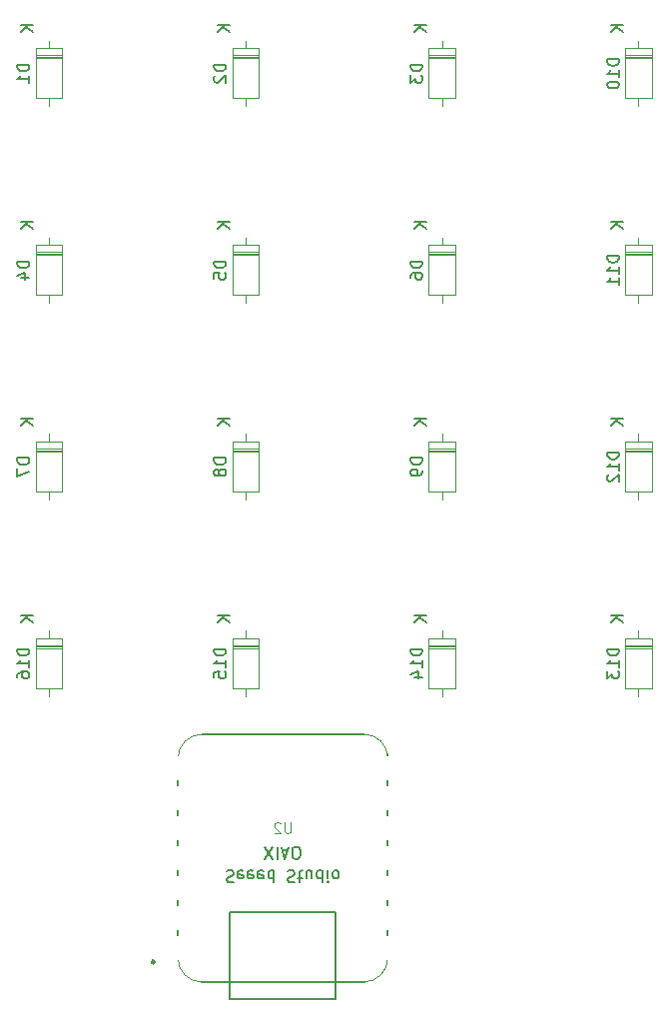
<source format=gbo>
G04 #@! TF.GenerationSoftware,KiCad,Pcbnew,7.0.11*
G04 #@! TF.CreationDate,2024-09-14T12:44:14+02:00*
G04 #@! TF.ProjectId,macropad,6d616372-6f70-4616-942e-6b696361645f,rev?*
G04 #@! TF.SameCoordinates,Original*
G04 #@! TF.FileFunction,Legend,Bot*
G04 #@! TF.FilePolarity,Positive*
%FSLAX46Y46*%
G04 Gerber Fmt 4.6, Leading zero omitted, Abs format (unit mm)*
G04 Created by KiCad (PCBNEW 7.0.11) date 2024-09-14 12:44:14*
%MOMM*%
%LPD*%
G01*
G04 APERTURE LIST*
%ADD10C,0.150000*%
%ADD11C,0.101600*%
%ADD12C,0.120000*%
%ADD13C,0.127000*%
%ADD14C,0.254000*%
%ADD15C,0.025400*%
%ADD16C,5.000000*%
%ADD17C,1.650000*%
%ADD18C,1.350000*%
%ADD19R,1.600000X1.600000*%
%ADD20O,1.600000X1.600000*%
%ADD21R,3.000000X2.000000*%
%ADD22C,1.500000*%
%ADD23R,1.300000X2.300000*%
G04 APERTURE END LIST*
D10*
X167606769Y-63409605D02*
X166606769Y-63409605D01*
X166606769Y-63409605D02*
X166606769Y-63647700D01*
X166606769Y-63647700D02*
X166654388Y-63790557D01*
X166654388Y-63790557D02*
X166749626Y-63885795D01*
X166749626Y-63885795D02*
X166844864Y-63933414D01*
X166844864Y-63933414D02*
X167035340Y-63981033D01*
X167035340Y-63981033D02*
X167178197Y-63981033D01*
X167178197Y-63981033D02*
X167368673Y-63933414D01*
X167368673Y-63933414D02*
X167463911Y-63885795D01*
X167463911Y-63885795D02*
X167559150Y-63790557D01*
X167559150Y-63790557D02*
X167606769Y-63647700D01*
X167606769Y-63647700D02*
X167606769Y-63409605D01*
X166606769Y-64314367D02*
X166606769Y-64933414D01*
X166606769Y-64933414D02*
X166987721Y-64600081D01*
X166987721Y-64600081D02*
X166987721Y-64742938D01*
X166987721Y-64742938D02*
X167035340Y-64838176D01*
X167035340Y-64838176D02*
X167082959Y-64885795D01*
X167082959Y-64885795D02*
X167178197Y-64933414D01*
X167178197Y-64933414D02*
X167416292Y-64933414D01*
X167416292Y-64933414D02*
X167511530Y-64885795D01*
X167511530Y-64885795D02*
X167559150Y-64838176D01*
X167559150Y-64838176D02*
X167606769Y-64742938D01*
X167606769Y-64742938D02*
X167606769Y-64457224D01*
X167606769Y-64457224D02*
X167559150Y-64361986D01*
X167559150Y-64361986D02*
X167511530Y-64314367D01*
X167926769Y-60075795D02*
X166926769Y-60075795D01*
X167926769Y-60647223D02*
X167355340Y-60218652D01*
X166926769Y-60647223D02*
X167498197Y-60075795D01*
X184275519Y-79602164D02*
X183275519Y-79602164D01*
X183275519Y-79602164D02*
X183275519Y-79840259D01*
X183275519Y-79840259D02*
X183323138Y-79983116D01*
X183323138Y-79983116D02*
X183418376Y-80078354D01*
X183418376Y-80078354D02*
X183513614Y-80125973D01*
X183513614Y-80125973D02*
X183704090Y-80173592D01*
X183704090Y-80173592D02*
X183846947Y-80173592D01*
X183846947Y-80173592D02*
X184037423Y-80125973D01*
X184037423Y-80125973D02*
X184132661Y-80078354D01*
X184132661Y-80078354D02*
X184227900Y-79983116D01*
X184227900Y-79983116D02*
X184275519Y-79840259D01*
X184275519Y-79840259D02*
X184275519Y-79602164D01*
X184275519Y-81125973D02*
X184275519Y-80554545D01*
X184275519Y-80840259D02*
X183275519Y-80840259D01*
X183275519Y-80840259D02*
X183418376Y-80745021D01*
X183418376Y-80745021D02*
X183513614Y-80649783D01*
X183513614Y-80649783D02*
X183561233Y-80554545D01*
X184275519Y-82078354D02*
X184275519Y-81506926D01*
X184275519Y-81792640D02*
X183275519Y-81792640D01*
X183275519Y-81792640D02*
X183418376Y-81697402D01*
X183418376Y-81697402D02*
X183513614Y-81602164D01*
X183513614Y-81602164D02*
X183561233Y-81506926D01*
X184595519Y-76744545D02*
X183595519Y-76744545D01*
X184595519Y-77315973D02*
X184024090Y-76887402D01*
X183595519Y-77315973D02*
X184166947Y-76744545D01*
X150938019Y-112939664D02*
X149938019Y-112939664D01*
X149938019Y-112939664D02*
X149938019Y-113177759D01*
X149938019Y-113177759D02*
X149985638Y-113320616D01*
X149985638Y-113320616D02*
X150080876Y-113415854D01*
X150080876Y-113415854D02*
X150176114Y-113463473D01*
X150176114Y-113463473D02*
X150366590Y-113511092D01*
X150366590Y-113511092D02*
X150509447Y-113511092D01*
X150509447Y-113511092D02*
X150699923Y-113463473D01*
X150699923Y-113463473D02*
X150795161Y-113415854D01*
X150795161Y-113415854D02*
X150890400Y-113320616D01*
X150890400Y-113320616D02*
X150938019Y-113177759D01*
X150938019Y-113177759D02*
X150938019Y-112939664D01*
X150938019Y-114463473D02*
X150938019Y-113892045D01*
X150938019Y-114177759D02*
X149938019Y-114177759D01*
X149938019Y-114177759D02*
X150080876Y-114082521D01*
X150080876Y-114082521D02*
X150176114Y-113987283D01*
X150176114Y-113987283D02*
X150223733Y-113892045D01*
X149938019Y-115368235D02*
X149938019Y-114892045D01*
X149938019Y-114892045D02*
X150414209Y-114844426D01*
X150414209Y-114844426D02*
X150366590Y-114892045D01*
X150366590Y-114892045D02*
X150318971Y-114987283D01*
X150318971Y-114987283D02*
X150318971Y-115225378D01*
X150318971Y-115225378D02*
X150366590Y-115320616D01*
X150366590Y-115320616D02*
X150414209Y-115368235D01*
X150414209Y-115368235D02*
X150509447Y-115415854D01*
X150509447Y-115415854D02*
X150747542Y-115415854D01*
X150747542Y-115415854D02*
X150842780Y-115368235D01*
X150842780Y-115368235D02*
X150890400Y-115320616D01*
X150890400Y-115320616D02*
X150938019Y-115225378D01*
X150938019Y-115225378D02*
X150938019Y-114987283D01*
X150938019Y-114987283D02*
X150890400Y-114892045D01*
X150890400Y-114892045D02*
X150842780Y-114844426D01*
X151258019Y-110082045D02*
X150258019Y-110082045D01*
X151258019Y-110653473D02*
X150686590Y-110224902D01*
X150258019Y-110653473D02*
X150829447Y-110082045D01*
X134269269Y-80078355D02*
X133269269Y-80078355D01*
X133269269Y-80078355D02*
X133269269Y-80316450D01*
X133269269Y-80316450D02*
X133316888Y-80459307D01*
X133316888Y-80459307D02*
X133412126Y-80554545D01*
X133412126Y-80554545D02*
X133507364Y-80602164D01*
X133507364Y-80602164D02*
X133697840Y-80649783D01*
X133697840Y-80649783D02*
X133840697Y-80649783D01*
X133840697Y-80649783D02*
X134031173Y-80602164D01*
X134031173Y-80602164D02*
X134126411Y-80554545D01*
X134126411Y-80554545D02*
X134221650Y-80459307D01*
X134221650Y-80459307D02*
X134269269Y-80316450D01*
X134269269Y-80316450D02*
X134269269Y-80078355D01*
X133602602Y-81506926D02*
X134269269Y-81506926D01*
X133221650Y-81268831D02*
X133935935Y-81030736D01*
X133935935Y-81030736D02*
X133935935Y-81649783D01*
X134589269Y-76744545D02*
X133589269Y-76744545D01*
X134589269Y-77315973D02*
X134017840Y-76887402D01*
X133589269Y-77315973D02*
X134160697Y-76744545D01*
X150938019Y-96747105D02*
X149938019Y-96747105D01*
X149938019Y-96747105D02*
X149938019Y-96985200D01*
X149938019Y-96985200D02*
X149985638Y-97128057D01*
X149985638Y-97128057D02*
X150080876Y-97223295D01*
X150080876Y-97223295D02*
X150176114Y-97270914D01*
X150176114Y-97270914D02*
X150366590Y-97318533D01*
X150366590Y-97318533D02*
X150509447Y-97318533D01*
X150509447Y-97318533D02*
X150699923Y-97270914D01*
X150699923Y-97270914D02*
X150795161Y-97223295D01*
X150795161Y-97223295D02*
X150890400Y-97128057D01*
X150890400Y-97128057D02*
X150938019Y-96985200D01*
X150938019Y-96985200D02*
X150938019Y-96747105D01*
X150366590Y-97889962D02*
X150318971Y-97794724D01*
X150318971Y-97794724D02*
X150271352Y-97747105D01*
X150271352Y-97747105D02*
X150176114Y-97699486D01*
X150176114Y-97699486D02*
X150128495Y-97699486D01*
X150128495Y-97699486D02*
X150033257Y-97747105D01*
X150033257Y-97747105D02*
X149985638Y-97794724D01*
X149985638Y-97794724D02*
X149938019Y-97889962D01*
X149938019Y-97889962D02*
X149938019Y-98080438D01*
X149938019Y-98080438D02*
X149985638Y-98175676D01*
X149985638Y-98175676D02*
X150033257Y-98223295D01*
X150033257Y-98223295D02*
X150128495Y-98270914D01*
X150128495Y-98270914D02*
X150176114Y-98270914D01*
X150176114Y-98270914D02*
X150271352Y-98223295D01*
X150271352Y-98223295D02*
X150318971Y-98175676D01*
X150318971Y-98175676D02*
X150366590Y-98080438D01*
X150366590Y-98080438D02*
X150366590Y-97889962D01*
X150366590Y-97889962D02*
X150414209Y-97794724D01*
X150414209Y-97794724D02*
X150461828Y-97747105D01*
X150461828Y-97747105D02*
X150557066Y-97699486D01*
X150557066Y-97699486D02*
X150747542Y-97699486D01*
X150747542Y-97699486D02*
X150842780Y-97747105D01*
X150842780Y-97747105D02*
X150890400Y-97794724D01*
X150890400Y-97794724D02*
X150938019Y-97889962D01*
X150938019Y-97889962D02*
X150938019Y-98080438D01*
X150938019Y-98080438D02*
X150890400Y-98175676D01*
X150890400Y-98175676D02*
X150842780Y-98223295D01*
X150842780Y-98223295D02*
X150747542Y-98270914D01*
X150747542Y-98270914D02*
X150557066Y-98270914D01*
X150557066Y-98270914D02*
X150461828Y-98223295D01*
X150461828Y-98223295D02*
X150414209Y-98175676D01*
X150414209Y-98175676D02*
X150366590Y-98080438D01*
X151258019Y-93413295D02*
X150258019Y-93413295D01*
X151258019Y-93984723D02*
X150686590Y-93556152D01*
X150258019Y-93984723D02*
X150829447Y-93413295D01*
X184275519Y-62933414D02*
X183275519Y-62933414D01*
X183275519Y-62933414D02*
X183275519Y-63171509D01*
X183275519Y-63171509D02*
X183323138Y-63314366D01*
X183323138Y-63314366D02*
X183418376Y-63409604D01*
X183418376Y-63409604D02*
X183513614Y-63457223D01*
X183513614Y-63457223D02*
X183704090Y-63504842D01*
X183704090Y-63504842D02*
X183846947Y-63504842D01*
X183846947Y-63504842D02*
X184037423Y-63457223D01*
X184037423Y-63457223D02*
X184132661Y-63409604D01*
X184132661Y-63409604D02*
X184227900Y-63314366D01*
X184227900Y-63314366D02*
X184275519Y-63171509D01*
X184275519Y-63171509D02*
X184275519Y-62933414D01*
X184275519Y-64457223D02*
X184275519Y-63885795D01*
X184275519Y-64171509D02*
X183275519Y-64171509D01*
X183275519Y-64171509D02*
X183418376Y-64076271D01*
X183418376Y-64076271D02*
X183513614Y-63981033D01*
X183513614Y-63981033D02*
X183561233Y-63885795D01*
X183275519Y-65076271D02*
X183275519Y-65171509D01*
X183275519Y-65171509D02*
X183323138Y-65266747D01*
X183323138Y-65266747D02*
X183370757Y-65314366D01*
X183370757Y-65314366D02*
X183465995Y-65361985D01*
X183465995Y-65361985D02*
X183656471Y-65409604D01*
X183656471Y-65409604D02*
X183894566Y-65409604D01*
X183894566Y-65409604D02*
X184085042Y-65361985D01*
X184085042Y-65361985D02*
X184180280Y-65314366D01*
X184180280Y-65314366D02*
X184227900Y-65266747D01*
X184227900Y-65266747D02*
X184275519Y-65171509D01*
X184275519Y-65171509D02*
X184275519Y-65076271D01*
X184275519Y-65076271D02*
X184227900Y-64981033D01*
X184227900Y-64981033D02*
X184180280Y-64933414D01*
X184180280Y-64933414D02*
X184085042Y-64885795D01*
X184085042Y-64885795D02*
X183894566Y-64838176D01*
X183894566Y-64838176D02*
X183656471Y-64838176D01*
X183656471Y-64838176D02*
X183465995Y-64885795D01*
X183465995Y-64885795D02*
X183370757Y-64933414D01*
X183370757Y-64933414D02*
X183323138Y-64981033D01*
X183323138Y-64981033D02*
X183275519Y-65076271D01*
X184595519Y-60075795D02*
X183595519Y-60075795D01*
X184595519Y-60647223D02*
X184024090Y-60218652D01*
X183595519Y-60647223D02*
X184166947Y-60075795D01*
X184275519Y-112939664D02*
X183275519Y-112939664D01*
X183275519Y-112939664D02*
X183275519Y-113177759D01*
X183275519Y-113177759D02*
X183323138Y-113320616D01*
X183323138Y-113320616D02*
X183418376Y-113415854D01*
X183418376Y-113415854D02*
X183513614Y-113463473D01*
X183513614Y-113463473D02*
X183704090Y-113511092D01*
X183704090Y-113511092D02*
X183846947Y-113511092D01*
X183846947Y-113511092D02*
X184037423Y-113463473D01*
X184037423Y-113463473D02*
X184132661Y-113415854D01*
X184132661Y-113415854D02*
X184227900Y-113320616D01*
X184227900Y-113320616D02*
X184275519Y-113177759D01*
X184275519Y-113177759D02*
X184275519Y-112939664D01*
X184275519Y-114463473D02*
X184275519Y-113892045D01*
X184275519Y-114177759D02*
X183275519Y-114177759D01*
X183275519Y-114177759D02*
X183418376Y-114082521D01*
X183418376Y-114082521D02*
X183513614Y-113987283D01*
X183513614Y-113987283D02*
X183561233Y-113892045D01*
X183275519Y-114796807D02*
X183275519Y-115415854D01*
X183275519Y-115415854D02*
X183656471Y-115082521D01*
X183656471Y-115082521D02*
X183656471Y-115225378D01*
X183656471Y-115225378D02*
X183704090Y-115320616D01*
X183704090Y-115320616D02*
X183751709Y-115368235D01*
X183751709Y-115368235D02*
X183846947Y-115415854D01*
X183846947Y-115415854D02*
X184085042Y-115415854D01*
X184085042Y-115415854D02*
X184180280Y-115368235D01*
X184180280Y-115368235D02*
X184227900Y-115320616D01*
X184227900Y-115320616D02*
X184275519Y-115225378D01*
X184275519Y-115225378D02*
X184275519Y-114939664D01*
X184275519Y-114939664D02*
X184227900Y-114844426D01*
X184227900Y-114844426D02*
X184180280Y-114796807D01*
X184595519Y-110082045D02*
X183595519Y-110082045D01*
X184595519Y-110653473D02*
X184024090Y-110224902D01*
X183595519Y-110653473D02*
X184166947Y-110082045D01*
X134269269Y-112939664D02*
X133269269Y-112939664D01*
X133269269Y-112939664D02*
X133269269Y-113177759D01*
X133269269Y-113177759D02*
X133316888Y-113320616D01*
X133316888Y-113320616D02*
X133412126Y-113415854D01*
X133412126Y-113415854D02*
X133507364Y-113463473D01*
X133507364Y-113463473D02*
X133697840Y-113511092D01*
X133697840Y-113511092D02*
X133840697Y-113511092D01*
X133840697Y-113511092D02*
X134031173Y-113463473D01*
X134031173Y-113463473D02*
X134126411Y-113415854D01*
X134126411Y-113415854D02*
X134221650Y-113320616D01*
X134221650Y-113320616D02*
X134269269Y-113177759D01*
X134269269Y-113177759D02*
X134269269Y-112939664D01*
X134269269Y-114463473D02*
X134269269Y-113892045D01*
X134269269Y-114177759D02*
X133269269Y-114177759D01*
X133269269Y-114177759D02*
X133412126Y-114082521D01*
X133412126Y-114082521D02*
X133507364Y-113987283D01*
X133507364Y-113987283D02*
X133554983Y-113892045D01*
X133269269Y-115320616D02*
X133269269Y-115130140D01*
X133269269Y-115130140D02*
X133316888Y-115034902D01*
X133316888Y-115034902D02*
X133364507Y-114987283D01*
X133364507Y-114987283D02*
X133507364Y-114892045D01*
X133507364Y-114892045D02*
X133697840Y-114844426D01*
X133697840Y-114844426D02*
X134078792Y-114844426D01*
X134078792Y-114844426D02*
X134174030Y-114892045D01*
X134174030Y-114892045D02*
X134221650Y-114939664D01*
X134221650Y-114939664D02*
X134269269Y-115034902D01*
X134269269Y-115034902D02*
X134269269Y-115225378D01*
X134269269Y-115225378D02*
X134221650Y-115320616D01*
X134221650Y-115320616D02*
X134174030Y-115368235D01*
X134174030Y-115368235D02*
X134078792Y-115415854D01*
X134078792Y-115415854D02*
X133840697Y-115415854D01*
X133840697Y-115415854D02*
X133745459Y-115368235D01*
X133745459Y-115368235D02*
X133697840Y-115320616D01*
X133697840Y-115320616D02*
X133650221Y-115225378D01*
X133650221Y-115225378D02*
X133650221Y-115034902D01*
X133650221Y-115034902D02*
X133697840Y-114939664D01*
X133697840Y-114939664D02*
X133745459Y-114892045D01*
X133745459Y-114892045D02*
X133840697Y-114844426D01*
X134589269Y-110082045D02*
X133589269Y-110082045D01*
X134589269Y-110653473D02*
X134017840Y-110224902D01*
X133589269Y-110653473D02*
X134160697Y-110082045D01*
X134269269Y-63409605D02*
X133269269Y-63409605D01*
X133269269Y-63409605D02*
X133269269Y-63647700D01*
X133269269Y-63647700D02*
X133316888Y-63790557D01*
X133316888Y-63790557D02*
X133412126Y-63885795D01*
X133412126Y-63885795D02*
X133507364Y-63933414D01*
X133507364Y-63933414D02*
X133697840Y-63981033D01*
X133697840Y-63981033D02*
X133840697Y-63981033D01*
X133840697Y-63981033D02*
X134031173Y-63933414D01*
X134031173Y-63933414D02*
X134126411Y-63885795D01*
X134126411Y-63885795D02*
X134221650Y-63790557D01*
X134221650Y-63790557D02*
X134269269Y-63647700D01*
X134269269Y-63647700D02*
X134269269Y-63409605D01*
X134269269Y-64933414D02*
X134269269Y-64361986D01*
X134269269Y-64647700D02*
X133269269Y-64647700D01*
X133269269Y-64647700D02*
X133412126Y-64552462D01*
X133412126Y-64552462D02*
X133507364Y-64457224D01*
X133507364Y-64457224D02*
X133554983Y-64361986D01*
X134589269Y-60075795D02*
X133589269Y-60075795D01*
X134589269Y-60647223D02*
X134017840Y-60218652D01*
X133589269Y-60647223D02*
X134160697Y-60075795D01*
X167606769Y-80078355D02*
X166606769Y-80078355D01*
X166606769Y-80078355D02*
X166606769Y-80316450D01*
X166606769Y-80316450D02*
X166654388Y-80459307D01*
X166654388Y-80459307D02*
X166749626Y-80554545D01*
X166749626Y-80554545D02*
X166844864Y-80602164D01*
X166844864Y-80602164D02*
X167035340Y-80649783D01*
X167035340Y-80649783D02*
X167178197Y-80649783D01*
X167178197Y-80649783D02*
X167368673Y-80602164D01*
X167368673Y-80602164D02*
X167463911Y-80554545D01*
X167463911Y-80554545D02*
X167559150Y-80459307D01*
X167559150Y-80459307D02*
X167606769Y-80316450D01*
X167606769Y-80316450D02*
X167606769Y-80078355D01*
X166606769Y-81506926D02*
X166606769Y-81316450D01*
X166606769Y-81316450D02*
X166654388Y-81221212D01*
X166654388Y-81221212D02*
X166702007Y-81173593D01*
X166702007Y-81173593D02*
X166844864Y-81078355D01*
X166844864Y-81078355D02*
X167035340Y-81030736D01*
X167035340Y-81030736D02*
X167416292Y-81030736D01*
X167416292Y-81030736D02*
X167511530Y-81078355D01*
X167511530Y-81078355D02*
X167559150Y-81125974D01*
X167559150Y-81125974D02*
X167606769Y-81221212D01*
X167606769Y-81221212D02*
X167606769Y-81411688D01*
X167606769Y-81411688D02*
X167559150Y-81506926D01*
X167559150Y-81506926D02*
X167511530Y-81554545D01*
X167511530Y-81554545D02*
X167416292Y-81602164D01*
X167416292Y-81602164D02*
X167178197Y-81602164D01*
X167178197Y-81602164D02*
X167082959Y-81554545D01*
X167082959Y-81554545D02*
X167035340Y-81506926D01*
X167035340Y-81506926D02*
X166987721Y-81411688D01*
X166987721Y-81411688D02*
X166987721Y-81221212D01*
X166987721Y-81221212D02*
X167035340Y-81125974D01*
X167035340Y-81125974D02*
X167082959Y-81078355D01*
X167082959Y-81078355D02*
X167178197Y-81030736D01*
X167926769Y-76744545D02*
X166926769Y-76744545D01*
X167926769Y-77315973D02*
X167355340Y-76887402D01*
X166926769Y-77315973D02*
X167498197Y-76744545D01*
D11*
X156455533Y-127640935D02*
X156455533Y-128360602D01*
X156455533Y-128360602D02*
X156413200Y-128445268D01*
X156413200Y-128445268D02*
X156370866Y-128487602D01*
X156370866Y-128487602D02*
X156286200Y-128529935D01*
X156286200Y-128529935D02*
X156116866Y-128529935D01*
X156116866Y-128529935D02*
X156032200Y-128487602D01*
X156032200Y-128487602D02*
X155989866Y-128445268D01*
X155989866Y-128445268D02*
X155947533Y-128360602D01*
X155947533Y-128360602D02*
X155947533Y-127640935D01*
X155566533Y-127725602D02*
X155524200Y-127683268D01*
X155524200Y-127683268D02*
X155439533Y-127640935D01*
X155439533Y-127640935D02*
X155227867Y-127640935D01*
X155227867Y-127640935D02*
X155143200Y-127683268D01*
X155143200Y-127683268D02*
X155100867Y-127725602D01*
X155100867Y-127725602D02*
X155058533Y-127810268D01*
X155058533Y-127810268D02*
X155058533Y-127894935D01*
X155058533Y-127894935D02*
X155100867Y-128021935D01*
X155100867Y-128021935D02*
X155608867Y-128529935D01*
X155608867Y-128529935D02*
X155058533Y-128529935D01*
D10*
X151016295Y-131756750D02*
X151159152Y-131709130D01*
X151159152Y-131709130D02*
X151397247Y-131709130D01*
X151397247Y-131709130D02*
X151492485Y-131756750D01*
X151492485Y-131756750D02*
X151540104Y-131804369D01*
X151540104Y-131804369D02*
X151587723Y-131899607D01*
X151587723Y-131899607D02*
X151587723Y-131994845D01*
X151587723Y-131994845D02*
X151540104Y-132090083D01*
X151540104Y-132090083D02*
X151492485Y-132137702D01*
X151492485Y-132137702D02*
X151397247Y-132185321D01*
X151397247Y-132185321D02*
X151206771Y-132232940D01*
X151206771Y-132232940D02*
X151111533Y-132280559D01*
X151111533Y-132280559D02*
X151063914Y-132328178D01*
X151063914Y-132328178D02*
X151016295Y-132423416D01*
X151016295Y-132423416D02*
X151016295Y-132518654D01*
X151016295Y-132518654D02*
X151063914Y-132613892D01*
X151063914Y-132613892D02*
X151111533Y-132661511D01*
X151111533Y-132661511D02*
X151206771Y-132709130D01*
X151206771Y-132709130D02*
X151444866Y-132709130D01*
X151444866Y-132709130D02*
X151587723Y-132661511D01*
X152397247Y-131756750D02*
X152302009Y-131709130D01*
X152302009Y-131709130D02*
X152111533Y-131709130D01*
X152111533Y-131709130D02*
X152016295Y-131756750D01*
X152016295Y-131756750D02*
X151968676Y-131851988D01*
X151968676Y-131851988D02*
X151968676Y-132232940D01*
X151968676Y-132232940D02*
X152016295Y-132328178D01*
X152016295Y-132328178D02*
X152111533Y-132375797D01*
X152111533Y-132375797D02*
X152302009Y-132375797D01*
X152302009Y-132375797D02*
X152397247Y-132328178D01*
X152397247Y-132328178D02*
X152444866Y-132232940D01*
X152444866Y-132232940D02*
X152444866Y-132137702D01*
X152444866Y-132137702D02*
X151968676Y-132042464D01*
X153254390Y-131756750D02*
X153159152Y-131709130D01*
X153159152Y-131709130D02*
X152968676Y-131709130D01*
X152968676Y-131709130D02*
X152873438Y-131756750D01*
X152873438Y-131756750D02*
X152825819Y-131851988D01*
X152825819Y-131851988D02*
X152825819Y-132232940D01*
X152825819Y-132232940D02*
X152873438Y-132328178D01*
X152873438Y-132328178D02*
X152968676Y-132375797D01*
X152968676Y-132375797D02*
X153159152Y-132375797D01*
X153159152Y-132375797D02*
X153254390Y-132328178D01*
X153254390Y-132328178D02*
X153302009Y-132232940D01*
X153302009Y-132232940D02*
X153302009Y-132137702D01*
X153302009Y-132137702D02*
X152825819Y-132042464D01*
X154111533Y-131756750D02*
X154016295Y-131709130D01*
X154016295Y-131709130D02*
X153825819Y-131709130D01*
X153825819Y-131709130D02*
X153730581Y-131756750D01*
X153730581Y-131756750D02*
X153682962Y-131851988D01*
X153682962Y-131851988D02*
X153682962Y-132232940D01*
X153682962Y-132232940D02*
X153730581Y-132328178D01*
X153730581Y-132328178D02*
X153825819Y-132375797D01*
X153825819Y-132375797D02*
X154016295Y-132375797D01*
X154016295Y-132375797D02*
X154111533Y-132328178D01*
X154111533Y-132328178D02*
X154159152Y-132232940D01*
X154159152Y-132232940D02*
X154159152Y-132137702D01*
X154159152Y-132137702D02*
X153682962Y-132042464D01*
X155016295Y-131709130D02*
X155016295Y-132709130D01*
X155016295Y-131756750D02*
X154921057Y-131709130D01*
X154921057Y-131709130D02*
X154730581Y-131709130D01*
X154730581Y-131709130D02*
X154635343Y-131756750D01*
X154635343Y-131756750D02*
X154587724Y-131804369D01*
X154587724Y-131804369D02*
X154540105Y-131899607D01*
X154540105Y-131899607D02*
X154540105Y-132185321D01*
X154540105Y-132185321D02*
X154587724Y-132280559D01*
X154587724Y-132280559D02*
X154635343Y-132328178D01*
X154635343Y-132328178D02*
X154730581Y-132375797D01*
X154730581Y-132375797D02*
X154921057Y-132375797D01*
X154921057Y-132375797D02*
X155016295Y-132328178D01*
X156206772Y-131756750D02*
X156349629Y-131709130D01*
X156349629Y-131709130D02*
X156587724Y-131709130D01*
X156587724Y-131709130D02*
X156682962Y-131756750D01*
X156682962Y-131756750D02*
X156730581Y-131804369D01*
X156730581Y-131804369D02*
X156778200Y-131899607D01*
X156778200Y-131899607D02*
X156778200Y-131994845D01*
X156778200Y-131994845D02*
X156730581Y-132090083D01*
X156730581Y-132090083D02*
X156682962Y-132137702D01*
X156682962Y-132137702D02*
X156587724Y-132185321D01*
X156587724Y-132185321D02*
X156397248Y-132232940D01*
X156397248Y-132232940D02*
X156302010Y-132280559D01*
X156302010Y-132280559D02*
X156254391Y-132328178D01*
X156254391Y-132328178D02*
X156206772Y-132423416D01*
X156206772Y-132423416D02*
X156206772Y-132518654D01*
X156206772Y-132518654D02*
X156254391Y-132613892D01*
X156254391Y-132613892D02*
X156302010Y-132661511D01*
X156302010Y-132661511D02*
X156397248Y-132709130D01*
X156397248Y-132709130D02*
X156635343Y-132709130D01*
X156635343Y-132709130D02*
X156778200Y-132661511D01*
X157063915Y-132375797D02*
X157444867Y-132375797D01*
X157206772Y-132709130D02*
X157206772Y-131851988D01*
X157206772Y-131851988D02*
X157254391Y-131756750D01*
X157254391Y-131756750D02*
X157349629Y-131709130D01*
X157349629Y-131709130D02*
X157444867Y-131709130D01*
X158206772Y-132375797D02*
X158206772Y-131709130D01*
X157778201Y-132375797D02*
X157778201Y-131851988D01*
X157778201Y-131851988D02*
X157825820Y-131756750D01*
X157825820Y-131756750D02*
X157921058Y-131709130D01*
X157921058Y-131709130D02*
X158063915Y-131709130D01*
X158063915Y-131709130D02*
X158159153Y-131756750D01*
X158159153Y-131756750D02*
X158206772Y-131804369D01*
X159111534Y-131709130D02*
X159111534Y-132709130D01*
X159111534Y-131756750D02*
X159016296Y-131709130D01*
X159016296Y-131709130D02*
X158825820Y-131709130D01*
X158825820Y-131709130D02*
X158730582Y-131756750D01*
X158730582Y-131756750D02*
X158682963Y-131804369D01*
X158682963Y-131804369D02*
X158635344Y-131899607D01*
X158635344Y-131899607D02*
X158635344Y-132185321D01*
X158635344Y-132185321D02*
X158682963Y-132280559D01*
X158682963Y-132280559D02*
X158730582Y-132328178D01*
X158730582Y-132328178D02*
X158825820Y-132375797D01*
X158825820Y-132375797D02*
X159016296Y-132375797D01*
X159016296Y-132375797D02*
X159111534Y-132328178D01*
X159587725Y-131709130D02*
X159587725Y-132375797D01*
X159587725Y-132709130D02*
X159540106Y-132661511D01*
X159540106Y-132661511D02*
X159587725Y-132613892D01*
X159587725Y-132613892D02*
X159635344Y-132661511D01*
X159635344Y-132661511D02*
X159587725Y-132709130D01*
X159587725Y-132709130D02*
X159587725Y-132613892D01*
X160206772Y-131709130D02*
X160111534Y-131756750D01*
X160111534Y-131756750D02*
X160063915Y-131804369D01*
X160063915Y-131804369D02*
X160016296Y-131899607D01*
X160016296Y-131899607D02*
X160016296Y-132185321D01*
X160016296Y-132185321D02*
X160063915Y-132280559D01*
X160063915Y-132280559D02*
X160111534Y-132328178D01*
X160111534Y-132328178D02*
X160206772Y-132375797D01*
X160206772Y-132375797D02*
X160349629Y-132375797D01*
X160349629Y-132375797D02*
X160444867Y-132328178D01*
X160444867Y-132328178D02*
X160492486Y-132280559D01*
X160492486Y-132280559D02*
X160540105Y-132185321D01*
X160540105Y-132185321D02*
X160540105Y-131899607D01*
X160540105Y-131899607D02*
X160492486Y-131804369D01*
X160492486Y-131804369D02*
X160444867Y-131756750D01*
X160444867Y-131756750D02*
X160349629Y-131709130D01*
X160349629Y-131709130D02*
X160206772Y-131709130D01*
X154254391Y-130709130D02*
X154921057Y-129709130D01*
X154921057Y-130709130D02*
X154254391Y-129709130D01*
X155302010Y-129709130D02*
X155302010Y-130709130D01*
X155730581Y-129994845D02*
X156206771Y-129994845D01*
X155635343Y-129709130D02*
X155968676Y-130709130D01*
X155968676Y-130709130D02*
X156302009Y-129709130D01*
X156825819Y-130709130D02*
X157016295Y-130709130D01*
X157016295Y-130709130D02*
X157111533Y-130661511D01*
X157111533Y-130661511D02*
X157206771Y-130566273D01*
X157206771Y-130566273D02*
X157254390Y-130375797D01*
X157254390Y-130375797D02*
X157254390Y-130042464D01*
X157254390Y-130042464D02*
X157206771Y-129851988D01*
X157206771Y-129851988D02*
X157111533Y-129756750D01*
X157111533Y-129756750D02*
X157016295Y-129709130D01*
X157016295Y-129709130D02*
X156825819Y-129709130D01*
X156825819Y-129709130D02*
X156730581Y-129756750D01*
X156730581Y-129756750D02*
X156635343Y-129851988D01*
X156635343Y-129851988D02*
X156587724Y-130042464D01*
X156587724Y-130042464D02*
X156587724Y-130375797D01*
X156587724Y-130375797D02*
X156635343Y-130566273D01*
X156635343Y-130566273D02*
X156730581Y-130661511D01*
X156730581Y-130661511D02*
X156825819Y-130709130D01*
X134269269Y-96747105D02*
X133269269Y-96747105D01*
X133269269Y-96747105D02*
X133269269Y-96985200D01*
X133269269Y-96985200D02*
X133316888Y-97128057D01*
X133316888Y-97128057D02*
X133412126Y-97223295D01*
X133412126Y-97223295D02*
X133507364Y-97270914D01*
X133507364Y-97270914D02*
X133697840Y-97318533D01*
X133697840Y-97318533D02*
X133840697Y-97318533D01*
X133840697Y-97318533D02*
X134031173Y-97270914D01*
X134031173Y-97270914D02*
X134126411Y-97223295D01*
X134126411Y-97223295D02*
X134221650Y-97128057D01*
X134221650Y-97128057D02*
X134269269Y-96985200D01*
X134269269Y-96985200D02*
X134269269Y-96747105D01*
X133269269Y-97651867D02*
X133269269Y-98318533D01*
X133269269Y-98318533D02*
X134269269Y-97889962D01*
X134589269Y-93413295D02*
X133589269Y-93413295D01*
X134589269Y-93984723D02*
X134017840Y-93556152D01*
X133589269Y-93984723D02*
X134160697Y-93413295D01*
X167606769Y-96747105D02*
X166606769Y-96747105D01*
X166606769Y-96747105D02*
X166606769Y-96985200D01*
X166606769Y-96985200D02*
X166654388Y-97128057D01*
X166654388Y-97128057D02*
X166749626Y-97223295D01*
X166749626Y-97223295D02*
X166844864Y-97270914D01*
X166844864Y-97270914D02*
X167035340Y-97318533D01*
X167035340Y-97318533D02*
X167178197Y-97318533D01*
X167178197Y-97318533D02*
X167368673Y-97270914D01*
X167368673Y-97270914D02*
X167463911Y-97223295D01*
X167463911Y-97223295D02*
X167559150Y-97128057D01*
X167559150Y-97128057D02*
X167606769Y-96985200D01*
X167606769Y-96985200D02*
X167606769Y-96747105D01*
X167606769Y-97794724D02*
X167606769Y-97985200D01*
X167606769Y-97985200D02*
X167559150Y-98080438D01*
X167559150Y-98080438D02*
X167511530Y-98128057D01*
X167511530Y-98128057D02*
X167368673Y-98223295D01*
X167368673Y-98223295D02*
X167178197Y-98270914D01*
X167178197Y-98270914D02*
X166797245Y-98270914D01*
X166797245Y-98270914D02*
X166702007Y-98223295D01*
X166702007Y-98223295D02*
X166654388Y-98175676D01*
X166654388Y-98175676D02*
X166606769Y-98080438D01*
X166606769Y-98080438D02*
X166606769Y-97889962D01*
X166606769Y-97889962D02*
X166654388Y-97794724D01*
X166654388Y-97794724D02*
X166702007Y-97747105D01*
X166702007Y-97747105D02*
X166797245Y-97699486D01*
X166797245Y-97699486D02*
X167035340Y-97699486D01*
X167035340Y-97699486D02*
X167130578Y-97747105D01*
X167130578Y-97747105D02*
X167178197Y-97794724D01*
X167178197Y-97794724D02*
X167225816Y-97889962D01*
X167225816Y-97889962D02*
X167225816Y-98080438D01*
X167225816Y-98080438D02*
X167178197Y-98175676D01*
X167178197Y-98175676D02*
X167130578Y-98223295D01*
X167130578Y-98223295D02*
X167035340Y-98270914D01*
X167926769Y-93413295D02*
X166926769Y-93413295D01*
X167926769Y-93984723D02*
X167355340Y-93556152D01*
X166926769Y-93984723D02*
X167498197Y-93413295D01*
X184275519Y-96270914D02*
X183275519Y-96270914D01*
X183275519Y-96270914D02*
X183275519Y-96509009D01*
X183275519Y-96509009D02*
X183323138Y-96651866D01*
X183323138Y-96651866D02*
X183418376Y-96747104D01*
X183418376Y-96747104D02*
X183513614Y-96794723D01*
X183513614Y-96794723D02*
X183704090Y-96842342D01*
X183704090Y-96842342D02*
X183846947Y-96842342D01*
X183846947Y-96842342D02*
X184037423Y-96794723D01*
X184037423Y-96794723D02*
X184132661Y-96747104D01*
X184132661Y-96747104D02*
X184227900Y-96651866D01*
X184227900Y-96651866D02*
X184275519Y-96509009D01*
X184275519Y-96509009D02*
X184275519Y-96270914D01*
X184275519Y-97794723D02*
X184275519Y-97223295D01*
X184275519Y-97509009D02*
X183275519Y-97509009D01*
X183275519Y-97509009D02*
X183418376Y-97413771D01*
X183418376Y-97413771D02*
X183513614Y-97318533D01*
X183513614Y-97318533D02*
X183561233Y-97223295D01*
X183370757Y-98175676D02*
X183323138Y-98223295D01*
X183323138Y-98223295D02*
X183275519Y-98318533D01*
X183275519Y-98318533D02*
X183275519Y-98556628D01*
X183275519Y-98556628D02*
X183323138Y-98651866D01*
X183323138Y-98651866D02*
X183370757Y-98699485D01*
X183370757Y-98699485D02*
X183465995Y-98747104D01*
X183465995Y-98747104D02*
X183561233Y-98747104D01*
X183561233Y-98747104D02*
X183704090Y-98699485D01*
X183704090Y-98699485D02*
X184275519Y-98128057D01*
X184275519Y-98128057D02*
X184275519Y-98747104D01*
X184595519Y-93413295D02*
X183595519Y-93413295D01*
X184595519Y-93984723D02*
X184024090Y-93556152D01*
X183595519Y-93984723D02*
X184166947Y-93413295D01*
X150938019Y-63409605D02*
X149938019Y-63409605D01*
X149938019Y-63409605D02*
X149938019Y-63647700D01*
X149938019Y-63647700D02*
X149985638Y-63790557D01*
X149985638Y-63790557D02*
X150080876Y-63885795D01*
X150080876Y-63885795D02*
X150176114Y-63933414D01*
X150176114Y-63933414D02*
X150366590Y-63981033D01*
X150366590Y-63981033D02*
X150509447Y-63981033D01*
X150509447Y-63981033D02*
X150699923Y-63933414D01*
X150699923Y-63933414D02*
X150795161Y-63885795D01*
X150795161Y-63885795D02*
X150890400Y-63790557D01*
X150890400Y-63790557D02*
X150938019Y-63647700D01*
X150938019Y-63647700D02*
X150938019Y-63409605D01*
X150033257Y-64361986D02*
X149985638Y-64409605D01*
X149985638Y-64409605D02*
X149938019Y-64504843D01*
X149938019Y-64504843D02*
X149938019Y-64742938D01*
X149938019Y-64742938D02*
X149985638Y-64838176D01*
X149985638Y-64838176D02*
X150033257Y-64885795D01*
X150033257Y-64885795D02*
X150128495Y-64933414D01*
X150128495Y-64933414D02*
X150223733Y-64933414D01*
X150223733Y-64933414D02*
X150366590Y-64885795D01*
X150366590Y-64885795D02*
X150938019Y-64314367D01*
X150938019Y-64314367D02*
X150938019Y-64933414D01*
X151258019Y-60075795D02*
X150258019Y-60075795D01*
X151258019Y-60647223D02*
X150686590Y-60218652D01*
X150258019Y-60647223D02*
X150829447Y-60075795D01*
X150938019Y-80078355D02*
X149938019Y-80078355D01*
X149938019Y-80078355D02*
X149938019Y-80316450D01*
X149938019Y-80316450D02*
X149985638Y-80459307D01*
X149985638Y-80459307D02*
X150080876Y-80554545D01*
X150080876Y-80554545D02*
X150176114Y-80602164D01*
X150176114Y-80602164D02*
X150366590Y-80649783D01*
X150366590Y-80649783D02*
X150509447Y-80649783D01*
X150509447Y-80649783D02*
X150699923Y-80602164D01*
X150699923Y-80602164D02*
X150795161Y-80554545D01*
X150795161Y-80554545D02*
X150890400Y-80459307D01*
X150890400Y-80459307D02*
X150938019Y-80316450D01*
X150938019Y-80316450D02*
X150938019Y-80078355D01*
X149938019Y-81554545D02*
X149938019Y-81078355D01*
X149938019Y-81078355D02*
X150414209Y-81030736D01*
X150414209Y-81030736D02*
X150366590Y-81078355D01*
X150366590Y-81078355D02*
X150318971Y-81173593D01*
X150318971Y-81173593D02*
X150318971Y-81411688D01*
X150318971Y-81411688D02*
X150366590Y-81506926D01*
X150366590Y-81506926D02*
X150414209Y-81554545D01*
X150414209Y-81554545D02*
X150509447Y-81602164D01*
X150509447Y-81602164D02*
X150747542Y-81602164D01*
X150747542Y-81602164D02*
X150842780Y-81554545D01*
X150842780Y-81554545D02*
X150890400Y-81506926D01*
X150890400Y-81506926D02*
X150938019Y-81411688D01*
X150938019Y-81411688D02*
X150938019Y-81173593D01*
X150938019Y-81173593D02*
X150890400Y-81078355D01*
X150890400Y-81078355D02*
X150842780Y-81030736D01*
X151258019Y-76744545D02*
X150258019Y-76744545D01*
X151258019Y-77315973D02*
X150686590Y-76887402D01*
X150258019Y-77315973D02*
X150829447Y-76744545D01*
X167606769Y-112939664D02*
X166606769Y-112939664D01*
X166606769Y-112939664D02*
X166606769Y-113177759D01*
X166606769Y-113177759D02*
X166654388Y-113320616D01*
X166654388Y-113320616D02*
X166749626Y-113415854D01*
X166749626Y-113415854D02*
X166844864Y-113463473D01*
X166844864Y-113463473D02*
X167035340Y-113511092D01*
X167035340Y-113511092D02*
X167178197Y-113511092D01*
X167178197Y-113511092D02*
X167368673Y-113463473D01*
X167368673Y-113463473D02*
X167463911Y-113415854D01*
X167463911Y-113415854D02*
X167559150Y-113320616D01*
X167559150Y-113320616D02*
X167606769Y-113177759D01*
X167606769Y-113177759D02*
X167606769Y-112939664D01*
X167606769Y-114463473D02*
X167606769Y-113892045D01*
X167606769Y-114177759D02*
X166606769Y-114177759D01*
X166606769Y-114177759D02*
X166749626Y-114082521D01*
X166749626Y-114082521D02*
X166844864Y-113987283D01*
X166844864Y-113987283D02*
X166892483Y-113892045D01*
X166940102Y-115320616D02*
X167606769Y-115320616D01*
X166559150Y-115082521D02*
X167273435Y-114844426D01*
X167273435Y-114844426D02*
X167273435Y-115463473D01*
X167926769Y-110082045D02*
X166926769Y-110082045D01*
X167926769Y-110653473D02*
X167355340Y-110224902D01*
X166926769Y-110653473D02*
X167498197Y-110082045D01*
D12*
X169271950Y-61377700D02*
X169271950Y-62027700D01*
X170391950Y-62027700D02*
X170391950Y-66267700D01*
X168151950Y-62027700D02*
X170391950Y-62027700D01*
X168151950Y-62627700D02*
X170391950Y-62627700D01*
X168151950Y-62747700D02*
X170391950Y-62747700D01*
X168151950Y-62867700D02*
X170391950Y-62867700D01*
X170391950Y-66267700D02*
X168151950Y-66267700D01*
X168151950Y-66267700D02*
X168151950Y-62027700D01*
X169271950Y-66917700D02*
X169271950Y-66267700D01*
X185940700Y-78046450D02*
X185940700Y-78696450D01*
X187060700Y-78696450D02*
X187060700Y-82936450D01*
X184820700Y-78696450D02*
X187060700Y-78696450D01*
X184820700Y-79296450D02*
X187060700Y-79296450D01*
X184820700Y-79416450D02*
X187060700Y-79416450D01*
X184820700Y-79536450D02*
X187060700Y-79536450D01*
X187060700Y-82936450D02*
X184820700Y-82936450D01*
X184820700Y-82936450D02*
X184820700Y-78696450D01*
X185940700Y-83586450D02*
X185940700Y-82936450D01*
X152603200Y-111383950D02*
X152603200Y-112033950D01*
X153723200Y-112033950D02*
X153723200Y-116273950D01*
X151483200Y-112033950D02*
X153723200Y-112033950D01*
X151483200Y-112633950D02*
X153723200Y-112633950D01*
X151483200Y-112753950D02*
X153723200Y-112753950D01*
X151483200Y-112873950D02*
X153723200Y-112873950D01*
X153723200Y-116273950D02*
X151483200Y-116273950D01*
X151483200Y-116273950D02*
X151483200Y-112033950D01*
X152603200Y-116923950D02*
X152603200Y-116273950D01*
X135934450Y-78046450D02*
X135934450Y-78696450D01*
X137054450Y-78696450D02*
X137054450Y-82936450D01*
X134814450Y-78696450D02*
X137054450Y-78696450D01*
X134814450Y-79296450D02*
X137054450Y-79296450D01*
X134814450Y-79416450D02*
X137054450Y-79416450D01*
X134814450Y-79536450D02*
X137054450Y-79536450D01*
X137054450Y-82936450D02*
X134814450Y-82936450D01*
X134814450Y-82936450D02*
X134814450Y-78696450D01*
X135934450Y-83586450D02*
X135934450Y-82936450D01*
X152603200Y-94715200D02*
X152603200Y-95365200D01*
X153723200Y-95365200D02*
X153723200Y-99605200D01*
X151483200Y-95365200D02*
X153723200Y-95365200D01*
X151483200Y-95965200D02*
X153723200Y-95965200D01*
X151483200Y-96085200D02*
X153723200Y-96085200D01*
X151483200Y-96205200D02*
X153723200Y-96205200D01*
X153723200Y-99605200D02*
X151483200Y-99605200D01*
X151483200Y-99605200D02*
X151483200Y-95365200D01*
X152603200Y-100255200D02*
X152603200Y-99605200D01*
X185940700Y-61377700D02*
X185940700Y-62027700D01*
X187060700Y-62027700D02*
X187060700Y-66267700D01*
X184820700Y-62027700D02*
X187060700Y-62027700D01*
X184820700Y-62627700D02*
X187060700Y-62627700D01*
X184820700Y-62747700D02*
X187060700Y-62747700D01*
X184820700Y-62867700D02*
X187060700Y-62867700D01*
X187060700Y-66267700D02*
X184820700Y-66267700D01*
X184820700Y-66267700D02*
X184820700Y-62027700D01*
X185940700Y-66917700D02*
X185940700Y-66267700D01*
X185940700Y-111383950D02*
X185940700Y-112033950D01*
X187060700Y-112033950D02*
X187060700Y-116273950D01*
X184820700Y-112033950D02*
X187060700Y-112033950D01*
X184820700Y-112633950D02*
X187060700Y-112633950D01*
X184820700Y-112753950D02*
X187060700Y-112753950D01*
X184820700Y-112873950D02*
X187060700Y-112873950D01*
X187060700Y-116273950D02*
X184820700Y-116273950D01*
X184820700Y-116273950D02*
X184820700Y-112033950D01*
X185940700Y-116923950D02*
X185940700Y-116273950D01*
X135934450Y-111383950D02*
X135934450Y-112033950D01*
X137054450Y-112033950D02*
X137054450Y-116273950D01*
X134814450Y-112033950D02*
X137054450Y-112033950D01*
X134814450Y-112633950D02*
X137054450Y-112633950D01*
X134814450Y-112753950D02*
X137054450Y-112753950D01*
X134814450Y-112873950D02*
X137054450Y-112873950D01*
X137054450Y-116273950D02*
X134814450Y-116273950D01*
X134814450Y-116273950D02*
X134814450Y-112033950D01*
X135934450Y-116923950D02*
X135934450Y-116273950D01*
X135934450Y-61377700D02*
X135934450Y-62027700D01*
X137054450Y-62027700D02*
X137054450Y-66267700D01*
X134814450Y-62027700D02*
X137054450Y-62027700D01*
X134814450Y-62627700D02*
X137054450Y-62627700D01*
X134814450Y-62747700D02*
X137054450Y-62747700D01*
X134814450Y-62867700D02*
X137054450Y-62867700D01*
X137054450Y-66267700D02*
X134814450Y-66267700D01*
X134814450Y-66267700D02*
X134814450Y-62027700D01*
X135934450Y-66917700D02*
X135934450Y-66267700D01*
X169271950Y-78046450D02*
X169271950Y-78696450D01*
X170391950Y-78696450D02*
X170391950Y-82936450D01*
X168151950Y-78696450D02*
X170391950Y-78696450D01*
X168151950Y-79296450D02*
X170391950Y-79296450D01*
X168151950Y-79416450D02*
X170391950Y-79416450D01*
X168151950Y-79536450D02*
X170391950Y-79536450D01*
X170391950Y-82936450D02*
X168151950Y-82936450D01*
X168151950Y-82936450D02*
X168151950Y-78696450D01*
X169271950Y-83586450D02*
X169271950Y-82936450D01*
D13*
X146878200Y-139163950D02*
X146878200Y-122163950D01*
X148878200Y-120163950D02*
X162678200Y-120163950D01*
X151278200Y-135234680D02*
X151278200Y-142587980D01*
X151278200Y-142587980D02*
X160278200Y-142587980D01*
X160278200Y-135234680D02*
X151278200Y-135234680D01*
X160278200Y-142587980D02*
X160278200Y-135234680D01*
X162678200Y-141163040D02*
X148878200Y-141163040D01*
X164678200Y-122163950D02*
X164678200Y-139163950D01*
D12*
X148878200Y-120163951D02*
G75*
G03*
X146878201Y-122163950I44857J-2044856D01*
G01*
X146878201Y-139163950D02*
G75*
G03*
X148878200Y-141163949I2044611J44612D01*
G01*
X164678200Y-122163950D02*
G75*
G03*
X162678200Y-120163950I-2000000J0D01*
G01*
X162678200Y-141163949D02*
G75*
G03*
X164678199Y-139163950I-44610J2044609D01*
G01*
D14*
X144905200Y-139463950D02*
G75*
G03*
X144651200Y-139463950I-127000J0D01*
G01*
X144651200Y-139463950D02*
G75*
G03*
X144905200Y-139463950I127000J0D01*
G01*
D15*
X146897597Y-139323444D02*
X146893533Y-139274423D01*
X146890485Y-139225655D01*
X146897597Y-139323444D01*
X164630353Y-121801000D02*
X164639244Y-121849260D01*
X164646864Y-121897775D01*
X164653468Y-121946543D01*
X164658801Y-121995311D01*
X164662865Y-122044332D01*
X164665913Y-122093100D01*
X164667692Y-122142376D01*
X164620448Y-121752995D01*
X164630353Y-121801000D01*
D12*
X135934450Y-94715200D02*
X135934450Y-95365200D01*
X137054450Y-95365200D02*
X137054450Y-99605200D01*
X134814450Y-95365200D02*
X137054450Y-95365200D01*
X134814450Y-95965200D02*
X137054450Y-95965200D01*
X134814450Y-96085200D02*
X137054450Y-96085200D01*
X134814450Y-96205200D02*
X137054450Y-96205200D01*
X137054450Y-99605200D02*
X134814450Y-99605200D01*
X134814450Y-99605200D02*
X134814450Y-95365200D01*
X135934450Y-100255200D02*
X135934450Y-99605200D01*
X169271950Y-94715200D02*
X169271950Y-95365200D01*
X170391950Y-95365200D02*
X170391950Y-99605200D01*
X168151950Y-95365200D02*
X170391950Y-95365200D01*
X168151950Y-95965200D02*
X170391950Y-95965200D01*
X168151950Y-96085200D02*
X170391950Y-96085200D01*
X168151950Y-96205200D02*
X170391950Y-96205200D01*
X170391950Y-99605200D02*
X168151950Y-99605200D01*
X168151950Y-99605200D02*
X168151950Y-95365200D01*
X169271950Y-100255200D02*
X169271950Y-99605200D01*
X185940700Y-94715200D02*
X185940700Y-95365200D01*
X187060700Y-95365200D02*
X187060700Y-99605200D01*
X184820700Y-95365200D02*
X187060700Y-95365200D01*
X184820700Y-95965200D02*
X187060700Y-95965200D01*
X184820700Y-96085200D02*
X187060700Y-96085200D01*
X184820700Y-96205200D02*
X187060700Y-96205200D01*
X187060700Y-99605200D02*
X184820700Y-99605200D01*
X184820700Y-99605200D02*
X184820700Y-95365200D01*
X185940700Y-100255200D02*
X185940700Y-99605200D01*
X152603200Y-61377700D02*
X152603200Y-62027700D01*
X153723200Y-62027700D02*
X153723200Y-66267700D01*
X151483200Y-62027700D02*
X153723200Y-62027700D01*
X151483200Y-62627700D02*
X153723200Y-62627700D01*
X151483200Y-62747700D02*
X153723200Y-62747700D01*
X151483200Y-62867700D02*
X153723200Y-62867700D01*
X153723200Y-66267700D02*
X151483200Y-66267700D01*
X151483200Y-66267700D02*
X151483200Y-62027700D01*
X152603200Y-66917700D02*
X152603200Y-66267700D01*
X152603200Y-78046450D02*
X152603200Y-78696450D01*
X153723200Y-78696450D02*
X153723200Y-82936450D01*
X151483200Y-78696450D02*
X153723200Y-78696450D01*
X151483200Y-79296450D02*
X153723200Y-79296450D01*
X151483200Y-79416450D02*
X153723200Y-79416450D01*
X151483200Y-79536450D02*
X153723200Y-79536450D01*
X153723200Y-82936450D02*
X151483200Y-82936450D01*
X151483200Y-82936450D02*
X151483200Y-78696450D01*
X152603200Y-83586450D02*
X152603200Y-82936450D01*
X169271950Y-111383950D02*
X169271950Y-112033950D01*
X170391950Y-112033950D02*
X170391950Y-116273950D01*
X168151950Y-112033950D02*
X170391950Y-112033950D01*
X168151950Y-112633950D02*
X170391950Y-112633950D01*
X168151950Y-112753950D02*
X170391950Y-112753950D01*
X168151950Y-112873950D02*
X170391950Y-112873950D01*
X170391950Y-116273950D02*
X168151950Y-116273950D01*
X168151950Y-116273950D02*
X168151950Y-112033950D01*
X169271950Y-116923950D02*
X169271950Y-116273950D01*
%LPC*%
D16*
X130378200Y-78726450D03*
D17*
X135378200Y-73576450D03*
D18*
X130378200Y-84626450D03*
X125378200Y-82526450D03*
D16*
X163715700Y-112063950D03*
D17*
X168715700Y-106913950D03*
D18*
X163715700Y-117963950D03*
X158715700Y-115863950D03*
D16*
X130378200Y-62057700D03*
D17*
X135378200Y-56907700D03*
D18*
X130378200Y-67957700D03*
X125378200Y-65857700D03*
D16*
X147046950Y-95395200D03*
D17*
X152046950Y-90245200D03*
D18*
X147046950Y-101295200D03*
X142046950Y-99195200D03*
D16*
X163715700Y-95395200D03*
D17*
X168715700Y-90245200D03*
D18*
X163715700Y-101295200D03*
X158715700Y-99195200D03*
D16*
X180384450Y-95395200D03*
D17*
X185384450Y-90245200D03*
D18*
X180384450Y-101295200D03*
X175384450Y-99195200D03*
D16*
X163715700Y-78726450D03*
D17*
X168715700Y-73576450D03*
D18*
X163715700Y-84626450D03*
X158715700Y-82526450D03*
D16*
X180384450Y-62057700D03*
D17*
X185384450Y-56907700D03*
D18*
X180384450Y-67957700D03*
X175384450Y-65857700D03*
D16*
X130378200Y-95395200D03*
D17*
X135378200Y-90245200D03*
D18*
X130378200Y-101295200D03*
X125378200Y-99195200D03*
D16*
X147046950Y-62057700D03*
D17*
X152046950Y-56907700D03*
D18*
X147046950Y-67957700D03*
X142046950Y-65857700D03*
D16*
X180384450Y-78726450D03*
D17*
X185384450Y-73576450D03*
D18*
X180384450Y-84626450D03*
X175384450Y-82526450D03*
D16*
X163715700Y-62057700D03*
D17*
X168715700Y-56907700D03*
D18*
X163715700Y-67957700D03*
X158715700Y-65857700D03*
D16*
X130378200Y-112063950D03*
D17*
X135378200Y-106913950D03*
D18*
X130378200Y-117963950D03*
X125378200Y-115863950D03*
D16*
X147046950Y-78726450D03*
D17*
X152046950Y-73576450D03*
D18*
X147046950Y-84626450D03*
X142046950Y-82526450D03*
D16*
X180384450Y-112063950D03*
D17*
X185384450Y-106913950D03*
D18*
X180384450Y-117963950D03*
X175384450Y-115863950D03*
D16*
X147046950Y-112063950D03*
D17*
X152046950Y-106913950D03*
D18*
X147046950Y-117963950D03*
X142046950Y-115863950D03*
D19*
X169271950Y-60337700D03*
D20*
X169271950Y-67957700D03*
D19*
X185940700Y-77006450D03*
D20*
X185940700Y-84626450D03*
D19*
X152603200Y-110343950D03*
D20*
X152603200Y-117963950D03*
D19*
X135934450Y-77006450D03*
D20*
X135934450Y-84626450D03*
D19*
X152603200Y-93675200D03*
D20*
X152603200Y-101295200D03*
D19*
X185940700Y-60337700D03*
D20*
X185940700Y-67957700D03*
D19*
X185940700Y-110343950D03*
D20*
X185940700Y-117963950D03*
D19*
X135934450Y-110343950D03*
D20*
X135934450Y-117963950D03*
D19*
X135934450Y-60337700D03*
D20*
X135934450Y-67957700D03*
D19*
X169271950Y-77006450D03*
D20*
X169271950Y-84626450D03*
D21*
X147278200Y-138283950D03*
X147278200Y-135743950D03*
X147278200Y-133203950D03*
X147278200Y-130663950D03*
X147278200Y-128123950D03*
X147278200Y-125583950D03*
X147278200Y-123043950D03*
X164278200Y-123043950D03*
X164278200Y-125583950D03*
X164278200Y-128123950D03*
X164278200Y-130663950D03*
X164278200Y-133203950D03*
X164278200Y-135743950D03*
X164278200Y-138283950D03*
D22*
X154508200Y-139053950D03*
X157048200Y-139053950D03*
X154508200Y-136513950D03*
X157048200Y-136513950D03*
D23*
X154508200Y-122063950D03*
X157048200Y-122063950D03*
D19*
X135934450Y-93675200D03*
D20*
X135934450Y-101295200D03*
D19*
X169271950Y-93675200D03*
D20*
X169271950Y-101295200D03*
D19*
X185940700Y-93675200D03*
D20*
X185940700Y-101295200D03*
D19*
X152603200Y-60337700D03*
D20*
X152603200Y-67957700D03*
D19*
X152603200Y-77006450D03*
D20*
X152603200Y-84626450D03*
D19*
X169271950Y-110343950D03*
D20*
X169271950Y-117963950D03*
%LPD*%
M02*

</source>
